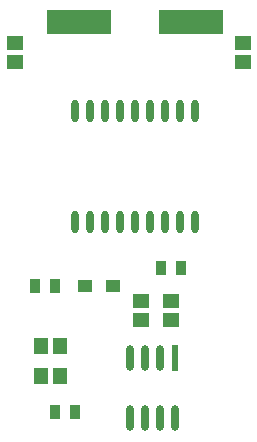
<source format=gtp>
G04*
G04 #@! TF.GenerationSoftware,Altium Limited,Altium Designer,22.10.1 (41)*
G04*
G04 Layer_Color=8421504*
%FSLAX44Y44*%
%MOMM*%
G71*
G04*
G04 #@! TF.SameCoordinates,893357DB-CB06-46F0-9665-1AF58A0A3231*
G04*
G04*
G04 #@! TF.FilePolarity,Positive*
G04*
G01*
G75*
%ADD15R,5.5000X2.0000*%
%ADD16R,1.2500X1.4500*%
%ADD17R,0.8065X1.3082*%
%ADD18R,1.4500X1.2500*%
%ADD19R,1.2500X1.1000*%
%ADD20R,0.6080X2.2044*%
G04:AMPARAMS|DCode=21|XSize=2.2044mm|YSize=0.608mm|CornerRadius=0.304mm|HoleSize=0mm|Usage=FLASHONLY|Rotation=270.000|XOffset=0mm|YOffset=0mm|HoleType=Round|Shape=RoundedRectangle|*
%AMROUNDEDRECTD21*
21,1,2.2044,0.0000,0,0,270.0*
21,1,1.5965,0.6080,0,0,270.0*
1,1,0.6080,0.0000,-0.7982*
1,1,0.6080,0.0000,0.7982*
1,1,0.6080,0.0000,0.7982*
1,1,0.6080,0.0000,-0.7982*
%
%ADD21ROUNDEDRECTD21*%
G04:AMPARAMS|DCode=22|XSize=1.9mm|YSize=0.6mm|CornerRadius=0.3mm|HoleSize=0mm|Usage=FLASHONLY|Rotation=270.000|XOffset=0mm|YOffset=0mm|HoleType=Round|Shape=RoundedRectangle|*
%AMROUNDEDRECTD22*
21,1,1.9000,0.0000,0,0,270.0*
21,1,1.3000,0.6000,0,0,270.0*
1,1,0.6000,0.0000,-0.6500*
1,1,0.6000,0.0000,0.6500*
1,1,0.6000,0.0000,0.6500*
1,1,0.6000,0.0000,-0.6500*
%
%ADD22ROUNDEDRECTD22*%
D15*
X74420Y756920D02*
D03*
X169420D02*
D03*
D16*
X59050Y482600D02*
D03*
X42550D02*
D03*
Y457200D02*
D03*
X59050D02*
D03*
D17*
X71120Y426720D02*
D03*
X54103D02*
D03*
X37211Y533400D02*
D03*
X54229D02*
D03*
X143891Y548640D02*
D03*
X160909D02*
D03*
D18*
X127000Y521330D02*
D03*
Y504830D02*
D03*
X152400Y521330D02*
D03*
Y504830D02*
D03*
X213360Y723270D02*
D03*
Y739770D02*
D03*
X20320Y723270D02*
D03*
Y739770D02*
D03*
D19*
X79690Y533400D02*
D03*
X103190D02*
D03*
D20*
X156210Y472549D02*
D03*
D21*
X143510D02*
D03*
X130810D02*
D03*
X118110D02*
D03*
Y421531D02*
D03*
X130810D02*
D03*
X143510D02*
D03*
X156210D02*
D03*
D22*
X172720Y682000D02*
D03*
X160020D02*
D03*
X147320D02*
D03*
X134620D02*
D03*
X121920D02*
D03*
X109220D02*
D03*
X96520D02*
D03*
X83820D02*
D03*
X71120D02*
D03*
Y588000D02*
D03*
X83820D02*
D03*
X96520D02*
D03*
X109220D02*
D03*
X121920D02*
D03*
X134620D02*
D03*
X147320D02*
D03*
X160020D02*
D03*
X172720D02*
D03*
M02*

</source>
